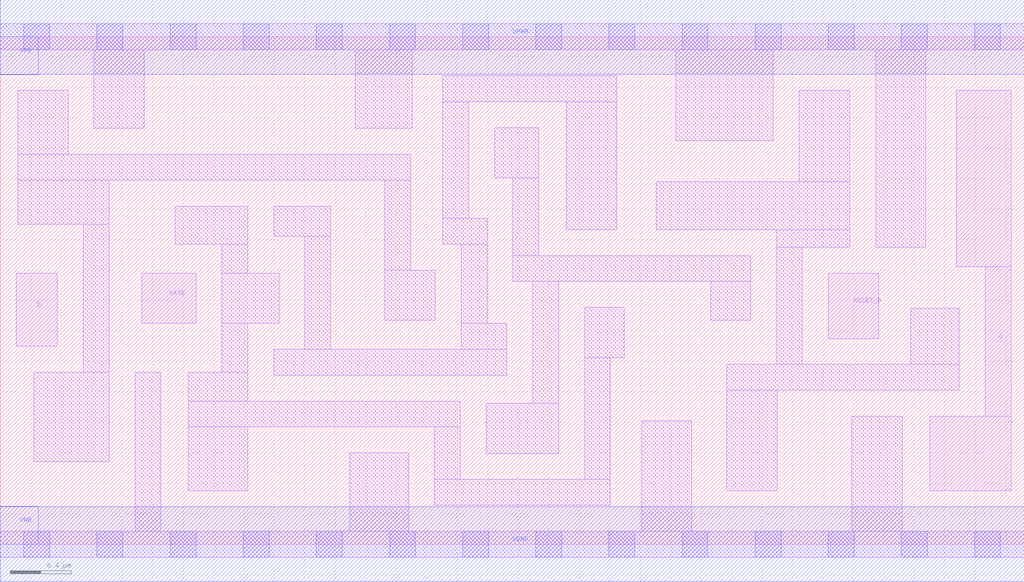
<source format=lef>
# Copyright 2020 The SkyWater PDK Authors
#
# Licensed under the Apache License, Version 2.0 (the "License");
# you may not use this file except in compliance with the License.
# You may obtain a copy of the License at
#
#     https://www.apache.org/licenses/LICENSE-2.0
#
# Unless required by applicable law or agreed to in writing, software
# distributed under the License is distributed on an "AS IS" BASIS,
# WITHOUT WARRANTIES OR CONDITIONS OF ANY KIND, either express or implied.
# See the License for the specific language governing permissions and
# limitations under the License.
#
# SPDX-License-Identifier: Apache-2.0

VERSION 5.5 ;
NAMESCASESENSITIVE ON ;
BUSBITCHARS "[]" ;
DIVIDERCHAR "/" ;
MACRO sky130_fd_sc_hs__dlrtp_1
  CLASS CORE ;
  SOURCE USER ;
  ORIGIN  0.000000  0.000000 ;
  SIZE  6.720000 BY  3.330000 ;
  SYMMETRY X Y ;
  SITE unit ;
  PIN D
    ANTENNAGATEAREA  0.208000 ;
    DIRECTION INPUT ;
    USE SIGNAL ;
    PORT
      LAYER li1 ;
        RECT 0.105000 1.300000 0.375000 1.780000 ;
    END
  END D
  PIN Q
    ANTENNADIFFAREA  0.541300 ;
    DIRECTION OUTPUT ;
    USE SIGNAL ;
    PORT
      LAYER li1 ;
        RECT 6.100000 0.350000 6.635000 0.840000 ;
        RECT 6.275000 1.820000 6.635000 2.980000 ;
        RECT 6.465000 0.840000 6.635000 1.820000 ;
    END
  END Q
  PIN RESET_B
    ANTENNAGATEAREA  0.261000 ;
    DIRECTION INPUT ;
    USE SIGNAL ;
    PORT
      LAYER li1 ;
        RECT 5.435000 1.350000 5.765000 1.780000 ;
    END
  END RESET_B
  PIN GATE
    ANTENNAGATEAREA  0.237000 ;
    DIRECTION INPUT ;
    USE CLOCK ;
    PORT
      LAYER li1 ;
        RECT 0.930000 1.450000 1.285000 1.780000 ;
    END
  END GATE
  PIN VGND
    DIRECTION INOUT ;
    USE GROUND ;
    PORT
      LAYER met1 ;
        RECT 0.000000 -0.245000 6.720000 0.245000 ;
    END
  END VGND
  PIN VNB
    DIRECTION INOUT ;
    USE GROUND ;
    PORT
    END
  END VNB
  PIN VPB
    DIRECTION INOUT ;
    USE POWER ;
    PORT
    END
  END VPB
  PIN VNB
    DIRECTION INOUT ;
    USE GROUND ;
    PORT
      LAYER met1 ;
        RECT 0.000000 0.000000 0.250000 0.250000 ;
    END
  END VNB
  PIN VPB
    DIRECTION INOUT ;
    USE POWER ;
    PORT
      LAYER met1 ;
        RECT 0.000000 3.080000 0.250000 3.330000 ;
    END
  END VPB
  PIN VPWR
    DIRECTION INOUT ;
    USE POWER ;
    PORT
      LAYER met1 ;
        RECT 0.000000 3.085000 6.720000 3.575000 ;
    END
  END VPWR
  OBS
    LAYER li1 ;
      RECT 0.000000 -0.085000 6.720000 0.085000 ;
      RECT 0.000000  3.245000 6.720000 3.415000 ;
      RECT 0.115000  2.100000 0.715000 2.390000 ;
      RECT 0.115000  2.390000 2.695000 2.560000 ;
      RECT 0.115000  2.560000 0.445000 2.980000 ;
      RECT 0.220000  0.540000 0.715000 1.130000 ;
      RECT 0.545000  1.130000 0.715000 2.100000 ;
      RECT 0.615000  2.730000 0.945000 3.245000 ;
      RECT 0.885000  0.085000 1.055000 1.130000 ;
      RECT 1.150000  1.970000 1.625000 2.220000 ;
      RECT 1.235000  0.350000 1.625000 0.770000 ;
      RECT 1.235000  0.770000 3.020000 0.940000 ;
      RECT 1.235000  0.940000 1.625000 1.130000 ;
      RECT 1.455000  1.130000 1.625000 1.450000 ;
      RECT 1.455000  1.450000 1.830000 1.780000 ;
      RECT 1.455000  1.780000 1.625000 1.970000 ;
      RECT 1.795000  1.110000 3.325000 1.280000 ;
      RECT 1.795000  2.020000 2.170000 2.220000 ;
      RECT 2.000000  1.280000 2.170000 2.020000 ;
      RECT 2.295000  0.085000 2.680000 0.600000 ;
      RECT 2.330000  2.730000 2.705000 3.245000 ;
      RECT 2.525000  1.470000 2.855000 1.800000 ;
      RECT 2.525000  1.800000 2.695000 2.390000 ;
      RECT 2.850000  0.255000 4.005000 0.425000 ;
      RECT 2.850000  0.425000 3.020000 0.770000 ;
      RECT 2.905000  1.970000 3.195000 2.140000 ;
      RECT 2.905000  2.140000 3.075000 2.905000 ;
      RECT 2.905000  2.905000 4.045000 3.075000 ;
      RECT 3.025000  1.280000 3.325000 1.450000 ;
      RECT 3.025000  1.450000 3.195000 1.970000 ;
      RECT 3.190000  0.595000 3.665000 0.925000 ;
      RECT 3.245000  2.405000 3.535000 2.735000 ;
      RECT 3.365000  1.725000 4.925000 1.895000 ;
      RECT 3.365000  1.895000 3.535000 2.405000 ;
      RECT 3.495000  0.925000 3.665000 1.725000 ;
      RECT 3.715000  2.065000 4.045000 2.905000 ;
      RECT 3.835000  0.425000 4.005000 1.225000 ;
      RECT 3.835000  1.225000 4.095000 1.555000 ;
      RECT 4.210000  0.085000 4.540000 0.810000 ;
      RECT 4.305000  2.065000 5.575000 2.380000 ;
      RECT 4.435000  2.650000 5.075000 3.245000 ;
      RECT 4.665000  1.470000 4.925000 1.725000 ;
      RECT 4.770000  0.350000 5.100000 1.010000 ;
      RECT 4.770000  1.010000 6.295000 1.180000 ;
      RECT 5.095000  1.180000 5.265000 1.950000 ;
      RECT 5.095000  1.950000 5.575000 2.065000 ;
      RECT 5.245000  2.380000 5.575000 2.980000 ;
      RECT 5.590000  0.085000 5.920000 0.840000 ;
      RECT 5.745000  1.950000 6.075000 3.245000 ;
      RECT 5.975000  1.180000 6.295000 1.550000 ;
    LAYER mcon ;
      RECT 0.155000 -0.085000 0.325000 0.085000 ;
      RECT 0.155000  3.245000 0.325000 3.415000 ;
      RECT 0.635000 -0.085000 0.805000 0.085000 ;
      RECT 0.635000  3.245000 0.805000 3.415000 ;
      RECT 1.115000 -0.085000 1.285000 0.085000 ;
      RECT 1.115000  3.245000 1.285000 3.415000 ;
      RECT 1.595000 -0.085000 1.765000 0.085000 ;
      RECT 1.595000  3.245000 1.765000 3.415000 ;
      RECT 2.075000 -0.085000 2.245000 0.085000 ;
      RECT 2.075000  3.245000 2.245000 3.415000 ;
      RECT 2.555000 -0.085000 2.725000 0.085000 ;
      RECT 2.555000  3.245000 2.725000 3.415000 ;
      RECT 3.035000 -0.085000 3.205000 0.085000 ;
      RECT 3.035000  3.245000 3.205000 3.415000 ;
      RECT 3.515000 -0.085000 3.685000 0.085000 ;
      RECT 3.515000  3.245000 3.685000 3.415000 ;
      RECT 3.995000 -0.085000 4.165000 0.085000 ;
      RECT 3.995000  3.245000 4.165000 3.415000 ;
      RECT 4.475000 -0.085000 4.645000 0.085000 ;
      RECT 4.475000  3.245000 4.645000 3.415000 ;
      RECT 4.955000 -0.085000 5.125000 0.085000 ;
      RECT 4.955000  3.245000 5.125000 3.415000 ;
      RECT 5.435000 -0.085000 5.605000 0.085000 ;
      RECT 5.435000  3.245000 5.605000 3.415000 ;
      RECT 5.915000 -0.085000 6.085000 0.085000 ;
      RECT 5.915000  3.245000 6.085000 3.415000 ;
      RECT 6.395000 -0.085000 6.565000 0.085000 ;
      RECT 6.395000  3.245000 6.565000 3.415000 ;
  END
END sky130_fd_sc_hs__dlrtp_1
END LIBRARY

</source>
